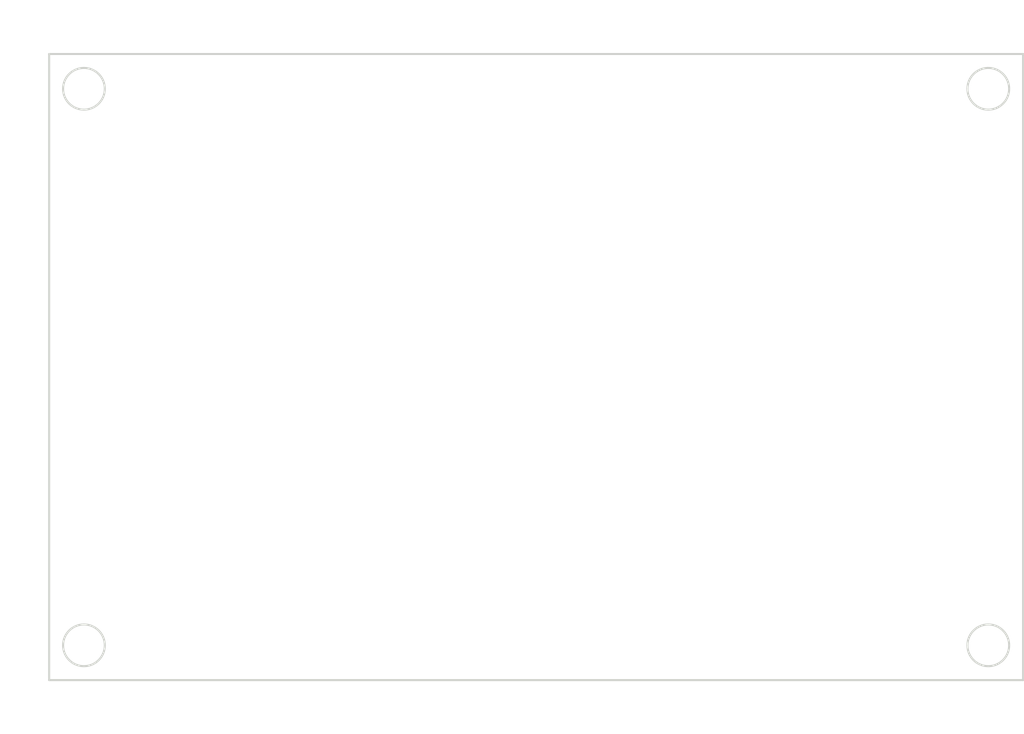
<source format=kicad_pcb>
(kicad_pcb (version 4) (host pcbnew 4.0.7)

  (general
    (links 0)
    (no_connects 0)
    (area 45.644999 115.64 121.995001 170.255001)
    (thickness 1.6)
    (drawings 23)
    (tracks 0)
    (zones 0)
    (modules 0)
    (nets 1)
  )

  (page A4)
  (title_block
    (title "Universal Multi-Voltage Adapter")
    (date 2019-12-23)
    (rev 0.0.1)
    (company "Taisuke Yamada / @tyamadajp")
  )

  (layers
    (0 F.Cu signal)
    (31 B.Cu signal)
    (32 B.Adhes user)
    (33 F.Adhes user)
    (34 B.Paste user)
    (35 F.Paste user)
    (36 B.SilkS user)
    (37 F.SilkS user)
    (38 B.Mask user)
    (39 F.Mask user)
    (40 Dwgs.User user)
    (41 Cmts.User user)
    (42 Eco1.User user)
    (43 Eco2.User user)
    (44 Edge.Cuts user)
    (45 Margin user)
    (46 B.CrtYd user)
    (47 F.CrtYd user)
    (48 B.Fab user)
    (49 F.Fab user)
  )

  (setup
    (last_trace_width 0.25)
    (trace_clearance 0.2)
    (zone_clearance 0.508)
    (zone_45_only no)
    (trace_min 0.2)
    (segment_width 0.2)
    (edge_width 0.15)
    (via_size 0.6)
    (via_drill 0.4)
    (via_min_size 0.4)
    (via_min_drill 0.3)
    (uvia_size 0.3)
    (uvia_drill 0.1)
    (uvias_allowed no)
    (uvia_min_size 0.2)
    (uvia_min_drill 0.1)
    (pcb_text_width 0.3)
    (pcb_text_size 1.5 1.5)
    (mod_edge_width 0.15)
    (mod_text_size 1 1)
    (mod_text_width 0.15)
    (pad_size 1.524 1.524)
    (pad_drill 0.762)
    (pad_to_mask_clearance 0.2)
    (aux_axis_origin 124.46 116.84)
    (grid_origin 124.46 116.84)
    (visible_elements 7FFFFFFF)
    (pcbplotparams
      (layerselection 0x00030_80000001)
      (usegerberextensions false)
      (excludeedgelayer true)
      (linewidth 0.100000)
      (plotframeref false)
      (viasonmask false)
      (mode 1)
      (useauxorigin false)
      (hpglpennumber 1)
      (hpglpenspeed 20)
      (hpglpendiameter 15)
      (hpglpenoverlay 2)
      (psnegative false)
      (psa4output false)
      (plotreference true)
      (plotvalue true)
      (plotinvisibletext false)
      (padsonsilk false)
      (subtractmaskfromsilk false)
      (outputformat 1)
      (mirror false)
      (drillshape 1)
      (scaleselection 1)
      (outputdirectory ""))
  )

  (net 0 "")

  (net_class Default "This is the default net class."
    (clearance 0.2)
    (trace_width 0.25)
    (via_dia 0.6)
    (via_drill 0.4)
    (uvia_dia 0.3)
    (uvia_drill 0.1)
  )

  (gr_text 25 (at 187.96 121.92) (layer F.Fab) (tstamp 5E0E990C)
    (effects (font (size 1.5 1.5) (thickness 0.3)))
  )
  (gr_text 20 (at 175.26 121.92) (layer F.Fab) (tstamp 5E0E990B)
    (effects (font (size 1.5 1.5) (thickness 0.3)))
  )
  (gr_text 15 (at 162.56 121.92) (layer F.Fab) (tstamp 5E0E9908)
    (effects (font (size 1.5 1.5) (thickness 0.3)))
  )
  (gr_text 10 (at 149.86 121.92) (layer F.Fab) (tstamp 5E0E98FF)
    (effects (font (size 1.5 1.5) (thickness 0.3)))
  )
  (gr_text 5 (at 137.16 121.92) (layer F.Fab) (tstamp 5E0E98FB)
    (effects (font (size 1.5 1.5) (thickness 0.3)))
  )
  (gr_text 1 (at 127 121.92) (layer F.Fab) (tstamp 5E0E98F6)
    (effects (font (size 1.5 1.5) (thickness 0.3)))
  )
  (gr_text D (at 119.38 78.74) (layer F.Fab) (tstamp 5E0E986F)
    (effects (font (size 1.5 1.5) (thickness 0.3)))
  )
  (gr_text C (at 119.38 91.44) (layer F.Fab) (tstamp 5E0E983D)
    (effects (font (size 1.5 1.5) (thickness 0.3)))
  )
  (gr_text B (at 119.38 104.14) (layer F.Fab) (tstamp 5E0E983A)
    (effects (font (size 1.5 1.5) (thickness 0.3)))
  )
  (gr_text A (at 119.38 114.3) (layer F.Fab)
    (effects (font (size 1.5 1.5) (thickness 0.3)))
  )
  (gr_circle (center 190.5 76.2) (end 192.024 76.2) (layer Edge.Cuts) (width 0.15) (tstamp 5E0E92D5))
  (gr_circle (center 190.5 116.84) (end 192.024 116.84) (layer Edge.Cuts) (width 0.15) (tstamp 5E0E92C4))
  (gr_circle (center 124.46 116.84) (end 125.984 116.84) (layer Edge.Cuts) (width 0.15) (tstamp 5E0E929E))
  (gr_circle (center 124.46 76.2) (end 125.984 76.2) (layer Edge.Cuts) (width 0.15))
  (gr_text "Akizuki Type-C Universal PCB (72x47.5mm)" (at 147.32 71.12) (layer F.Fab)
    (effects (font (size 1.5 1.5) (thickness 0.3)))
  )
  (gr_line (start 190.5 116.84) (end 124.46 116.84) (layer F.Fab) (width 0.2))
  (gr_line (start 190.5 76.2) (end 190.5 116.84) (layer F.Fab) (width 0.2))
  (gr_line (start 124.46 76.2) (end 190.5 76.2) (layer F.Fab) (width 0.2))
  (gr_line (start 124.46 116.84) (end 124.46 76.2) (layer F.Fab) (width 0.2))
  (gr_line (start 121.92 119.38) (end 121.92 73.66) (layer Edge.Cuts) (width 0.15))
  (gr_line (start 193.04 119.38) (end 121.92 119.38) (layer Edge.Cuts) (width 0.15))
  (gr_line (start 193.04 73.66) (end 193.04 119.38) (layer Edge.Cuts) (width 0.15))
  (gr_line (start 121.92 73.66) (end 193.04 73.66) (layer Edge.Cuts) (width 0.15))

)

</source>
